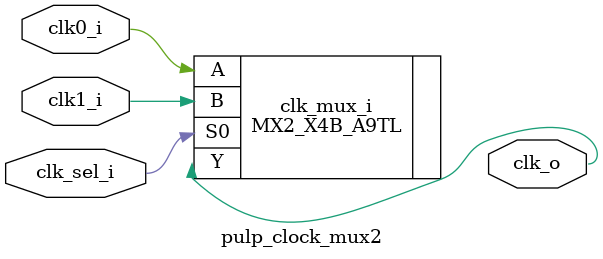
<source format=sv>
module pulp_clock_mux2
(
   input  logic clk0_i,
   input  logic clk1_i,
   input  logic clk_sel_i,
   output logic clk_o
);

   MX2_X4B_A9TL clk_mux_i
   (
      .A(clk0_i),
      .B(clk1_i),
      .S0(clk_sel_i),
      .Y(clk_o)
   );

endmodule

</source>
